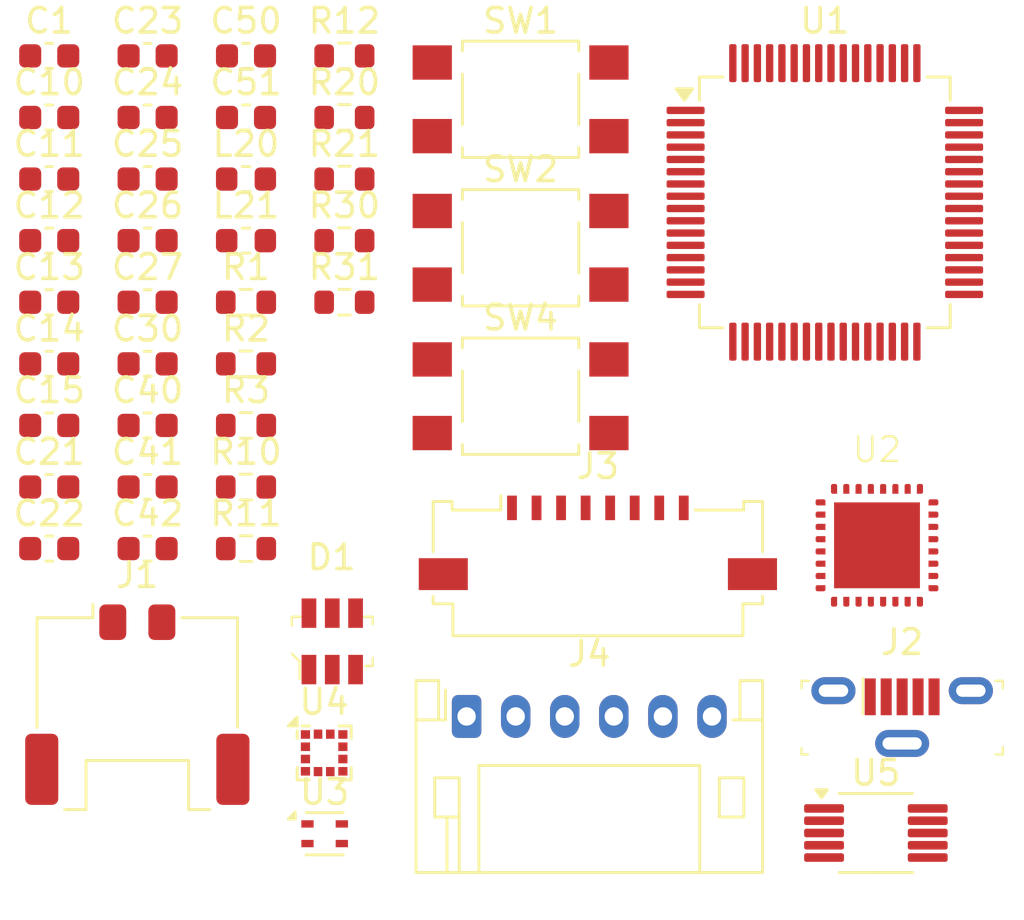
<source format=kicad_pcb>
(kicad_pcb (version 20240108) (generator "pcbnew") (generator_version "8.0")
  (layers (0 "F.Cu" signal) (31 "B.Cu" signal) (34 "B.Paste" user) (35 "F.Paste" user) (36 "B.SilkS" user "B.Silkscreen") (37 "F.SilkS" user "F.Silkscreen") (38 "B.Mask" user) (39 "F.Mask" user) (44 "Edge.Cuts" user))
  (net 0 "")
  (net 1 "GND")
  (net 2 "Net-(U2-VSET2)")
  (net 4 "+1.8V")
  (net 6 "/VSYS")
  (net 7 "Net-(U2-SW1)")
  (net 8 "Net-(U2-SW2)")
  (net 10 "Net-(U2-VSET1)")
  (net 12 "Net-(J1-Pin_1)")
  (net 13 "/I2C_SDA")
  (net 16 "+3.3V")
  (net 22 "/NRST")
  (net 24 "/I2C_SCL")
  (net 25 "/VBUS")
  (net 27 "Net-(D1-Pad3)")
  (net 28 "Net-(D1-Pad1)")
  (net 33 "Net-(U5-UD-)")
  (net 34 "Net-(U5-UD+)")
  (net 35 "Net-(U1-BOOT0)")
  (net 36 "/BTN_1")
  (net 37 "/BTN_3")
  (net 38 "/BTN_2")
  (net 39 "Net-(U5-~{RTS})")
  (net 40 "/USART_TX")
  (net 41 "/USART_RX")
  (net 45 "/SWCLK")
  (net 61 "/SPI_RST")
  (net 65 "/SPI_DC")
  (net 67 "/SPI_CS")
  (net 72 "/SPI_SCLK")
  (net 76 "/SWDIO")
  (net 83 "/SPI_MOSI")
  (net 89 "Net-(U4-C1)")
  (footprint "Resistor_SMD:R_0603_1608Metric" (layer "F.Cu") (at 122.46 105.19)
    (property "Reference" "R3" (at 0 -1.43 0) (layer "F.SilkS"))
    (property "Value" "10k")
    (pad "1" smd roundrect (at -0.825 0) (size 0.8 0.95) (layers "F.Cu" "F.Paste" "F.Mask") (net 1 "GND"))
    (pad "2" smd roundrect (at 0.825 0) (size 0.8 0.95) (layers "F.Cu" "F.Paste" "F.Mask") (net 37 "/BTN_3"))
  )
  (footprint "Capacitor_SMD:C_0603_1608Metric" (layer "F.Cu") (at 118.45 102.68)
    (property "Reference" "C30" (at 0 -1.43 0) (layer "F.SilkS"))
    (property "Value" "100n")
    (pad "1" smd roundrect (at -0.775 0) (size 0.9 0.95) (layers "F.Cu" "F.Paste" "F.Mask") (net 16 "+3.3V"))
    (pad "2" smd roundrect (at 0.775 0) (size 0.9 0.95) (layers "F.Cu" "F.Paste" "F.Mask") (net 1 "GND"))
  )
  (footprint "Capacitor_SMD:C_0603_1608Metric" (layer "F.Cu") (at 114.44 97.66)
    (property "Reference" "C12" (at 0 -1.43 0) (layer "F.SilkS"))
    (property "Value" "100n")
    (pad "1" smd roundrect (at -0.775 0) (size 0.9 0.95) (layers "F.Cu" "F.Paste" "F.Mask") (net 16 "+3.3V"))
    (pad "2" smd roundrect (at 0.775 0) (size 0.9 0.95) (layers "F.Cu" "F.Paste" "F.Mask") (net 1 "GND"))
  )
  (footprint "Sensor_Humidity:Sensirion_DFN-4_1.5x1.5mm_P0.8mm_SHT4x_NoCentralPad" (layer "F.Cu") (at 125.665 121.83)
    (property "Reference" "U3" (at 0 -1.7 0) (layer "F.SilkS"))
    (property "Value" "SHT41")
    (pad "1" smd rect (at -0.7 -0.4) (size 0.5 0.3) (layers "F.Cu" "F.Paste" "F.Mask") (net 13 "/I2C_SDA"))
    (pad "2" smd rect (at -0.7 0.4) (size 0.5 0.3) (layers "F.Cu" "F.Paste" "F.Mask") (net 24 "/I2C_SCL"))
    (pad "3" smd rect (at 0.7 0.4) (size 0.5 0.3) (layers "F.Cu" "F.Paste" "F.Mask") (net 16 "+3.3V"))
    (pad "4" smd rect (at 0.7 -0.4) (size 0.5 0.3) (layers "F.Cu" "F.Paste" "F.Mask") (net 1 "GND"))
  )
  (footprint "Button_Switch_SMD:SW_SPST_TL3305A" (layer "F.Cu") (at 133.65 91.9)
    (property "Reference" "SW1" (at 0 -3.2 0) (layer "F.SilkS"))
    (property "Value" "SW_Push")
    (pad "1" smd rect (at -3.6 -1.5) (size 1.6 1.4) (layers "F.Cu" "F.Paste" "F.Mask") (net 16 "+3.3V"))
    (pad "1" smd rect (at 3.6 -1.5) (size 1.6 1.4) (layers "F.Cu" "F.Paste" "F.Mask") (net 16 "+3.3V"))
    (pad "2" smd rect (at -3.6 1.5) (size 1.6 1.4) (layers "F.Cu" "F.Paste" "F.Mask") (net 38 "/BTN_2"))
    (pad "2" smd rect (at 3.6 1.5) (size 1.6 1.4) (layers "F.Cu" "F.Paste" "F.Mask") (net 38 "/BTN_2"))
  )
  (footprint "digikey-footprints:SOT23-6L" (layer "F.Cu") (at 125.975 113.99)
    (property "Reference" "D1" (at -0.025 -3.425 0) (layer "F.SilkS"))
    (property "Value" "USBLC6-2SC6")
    (pad "1" smd rect (at -0.95 1.15) (size 0.6 1.2) (layers "F.Cu" "F.Paste" "F.Mask") (net 28 "Net-(D1-Pad1)"))
    (pad "2" smd rect (at 0 1.15) (size 0.6 1.2) (layers "F.Cu" "F.Paste" "F.Mask") (net 1 "GND"))
    (pad "3" smd rect (at 0.95 1.15) (size 0.6 1.2) (layers "F.Cu" "F.Paste" "F.Mask") (net 27 "Net-(D1-Pad3)"))
    (pad "4" smd rect (at 0.95 -1.15) (size 0.6 1.2) (layers "F.Cu" "F.Paste" "F.Mask") (net 33 "Net-(U5-UD-)"))
    (pad "5" smd rect (at 0 -1.15) (size 0.6 1.2) (layers "F.Cu" "F.Paste" "F.Mask") (net 25 "/VBUS"))
    (pad "6" smd rect (at -0.95 -1.15) (size 0.6 1.2) (layers "F.Cu" "F.Paste" "F.Mask") (net 34 "Net-(U5-UD+)"))
  )
  (footprint "Inductor_SMD:L_0603_1608Metric" (layer "F.Cu") (at 122.46 95.15)
    (property "Reference" "L20" (at 0 -1.43 0) (layer "F.SilkS"))
    (property "Value" "200n")
    (pad "1" smd roundrect (at -0.7875 0) (size 0.875 0.95) (layers "F.Cu" "F.Paste" "F.Mask") (net 4 "+1.8V"))
    (pad "2" smd roundrect (at 0.7875 0) (size 0.875 0.95) (layers "F.Cu" "F.Paste" "F.Mask") (net 7 "Net-(U2-SW1)"))
  )
  (footprint "Capacitor_SMD:C_0603_1608Metric" (layer "F.Cu") (at 122.46 90.13)
    (property "Reference" "C50" (at 0 -1.43 0) (layer "F.SilkS"))
    (property "Value" "100n")
    (pad "1" smd roundrect (at -0.775 0) (size 0.9 0.95) (layers "F.Cu" "F.Paste" "F.Mask") (net 16 "+3.3V"))
    (pad "2" smd roundrect (at 0.775 0) (size 0.9 0.95) (layers "F.Cu" "F.Paste" "F.Mask") (net 1 "GND"))
  )
  (footprint "Capacitor_SMD:C_0603_1608Metric" (layer "F.Cu") (at 114.44 107.7)
    (property "Reference" "C21" (at 0 -1.43 0) (layer "F.SilkS"))
    (property "Value" "10u")
    (pad "1" smd roundrect (at -0.775 0) (size 0.9 0.95) (layers "F.Cu" "F.Paste" "F.Mask") (net 1 "GND"))
    (pad "2" smd roundrect (at 0.775 0) (size 0.9 0.95) (layers "F.Cu" "F.Paste" "F.Mask") (net 6 "/VSYS"))
  )
  (footprint "Capacitor_SMD:C_0603_1608Metric" (layer "F.Cu") (at 114.44 90.13)
    (property "Reference" "C1" (at 0 -1.43 0) (layer "F.SilkS"))
    (property "Value" "100n")
    (pad "1" smd roundrect (at -0.775 0) (size 0.9 0.95) (layers "F.Cu" "F.Paste" "F.Mask") (net 1 "GND"))
    (pad "2" smd roundrect (at 0.775 0) (size 0.9 0.95) (layers "F.Cu" "F.Paste" "F.Mask") (net 16 "+3.3V"))
  )
  (footprint "smart_watch:nPM1300" (layer "F.Cu") (at 148.175 110.075)
    (property "Reference" "U2" (at 0 -3.9 0) (layer "F.SilkS") (effects (font (thickness 0.1))))
    (property "Value" "nPM1300-QEAA")
    (pad "1" smd roundrect (at -2.3 -1.75) (size 0.4 0.25) (layers "F.Cu" "F.Paste" "F.Mask") (roundrect_rratio 0) (chamfer_ratio 0.2) (chamfer top_left top_right bottom_left) (net 4 "+1.8V"))
    (pad "2" smd roundrect (at -2.3 -1.25) (size 0.4 0.25) (layers "F.Cu" "F.Paste" "F.Mask") (roundrect_rratio 0) (chamfer_ratio 0.2) (chamfer top_left bottom_left) (net 1 "GND"))
    (pad "3" smd roundrect (at -2.3 -0.75) (size 0.4 0.25) (layers "F.Cu" "F.Paste" "F.Mask") (roundrect_rratio 0) (chamfer_ratio 0.2) (chamfer top_left bottom_left) (net 7 "Net-(U2-SW1)"))
    (pad "4" smd roundrect (at -2.3 -0.25) (size 0.4 0.25) (layers "F.Cu" "F.Paste" "F.Mask") (roundrect_rratio 0) (chamfer_ratio 0.2) (chamfer top_left bottom_left) (net 6 "/VSYS"))
    (pad "5" smd roundrect (at -2.3 0.25) (size 0.4 0.25) (layers "F.Cu" "F.Paste" "F.Mask") (roundrect_rratio 0) (chamfer_ratio 0.2) (chamfer top_left bottom_left) (net 8 "Net-(U2-SW2)"))
    (pad "6" smd roundrect (at -2.3 0.75) (size 0.4 0.25) (layers "F.Cu" "F.Paste" "F.Mask") (roundrect_rratio 0) (chamfer_ratio 0.2) (chamfer top_left bottom_left) (net 1 "GND"))
    (pad "7" smd roundrect (at -2.3 1.25) (size 0.4 0.25) (layers "F.Cu" "F.Paste" "F.Mask") (roundrect_rratio 0) (chamfer_ratio 0.2) (chamfer top_left bottom_left))
    (pad "8" smd roundrect (at -2.3 1.75) (size 0.4 0.25) (layers "F.Cu" "F.Paste" "F.Mask") (roundrect_rratio 0) (chamfer_ratio 0.2) (chamfer top_left bottom_left bottom_right))
    (pad "9" smd roundrect (at -1.75 2.3 90) (size 0.4 0.25) (layers "F.Cu" "F.Paste" "F.Mask") (roundrect_rratio 0) (chamfer_ratio 0.2) (chamfer top_left top_right bottom_left))
    (pad "10" smd roundrect (at -1.25 2.3 90) (size 0.4 0.25) (layers "F.Cu" "F.Paste" "F.Mask") (roundrect_rratio 0) (chamfer_ratio 0.2) (chamfer top_left bottom_left))
    (pad "11" smd roundrect (at -0.75 2.3 90) (size 0.4 0.25) (layers "F.Cu" "F.Paste" "F.Mask") (roundrect_rratio 0) (chamfer_ratio 0.2) (chamfer top_left bottom_left))
    (pad "12" smd roundrect (at -0.25 2.3 90) (size 0.4 0.25) (layers "F.Cu" "F.Paste" "F.Mask") (roundrect_rratio 0) (chamfer_ratio 0.2) (chamfer top_left bottom_left) (net 4 "+1.8V"))
    (pad "13" smd roundrect (at 0.25 2.3 90) (size 0.4 0.25) (layers "F.Cu" "F.Paste" "F.Mask") (roundrect_rratio 0) (chamfer_ratio 0.2) (chamfer top_left bottom_left) (net 13 "/I2C_SDA"))
    (pad "14" smd roundrect (at 0.75 2.3 90) (size 0.4 0.25) (layers "F.Cu" "F.Paste" "F.Mask") (roundrect_rratio 0) (chamfer_ratio 0.2) (chamfer top_left bottom_left) (net 24 "/I2C_SCL"))
    (pad "15" smd roundrect (at 1.25 2.3 90) (size 0.4 0.25) (layers "F.Cu" "F.Paste" "F.Mask") (roundrect_rratio 0) (chamfer_ratio 0.2) (chamfer top_left bottom_left) (net 22 "/NRST"))
    (pad "16" smd roundrect (at 1.75 2.3 90) (size 0.4 0.25) (layers "F.Cu" "F.Paste" "F.Mask") (roundrect_rratio 0) (chamfer_ratio 0.2) (chamfer top_left bottom_left bottom_right) (net 2 "Net-(U2-VSET2)"))
    (pad "17" smd roundrect (at 2.3 1.75 180) (size 0.4 0.25) (layers "F.Cu" "F.Paste" "F.Mask") (roundrect_rratio 0) (chamfer_ratio 0.2) (chamfer top_left top_right bottom_left) (net 10 "Net-(U2-VSET1)"))
    (pad "18" smd roundrect (at 2.3 1.25 180) (size 0.4 0.25) (layers "F.Cu" "F.Paste" "F.Mask") (roundrect_rratio 0) (chamfer_ratio 0.2) (chamfer top_left bottom_left) (net 1 "GND"))
    (pad "19" smd roundrect (at 2.3 0.75 180) (size 0.4 0.25) (layers "F.Cu" "F.Paste" "F.Mask") (roundrect_rratio 0) (chamfer_ratio 0.2) (chamfer top_left bottom_left) (net 12 "Net-(J1-Pin_1)"))
    (pad "20" smd roundrect (at 2.3 0.25 180) (size 0.4 0.25) (layers "F.Cu" "F.Paste" "F.Mask") (roundrect_rratio 0) (chamfer_ratio 0.2) (chamfer top_left bottom_left) (net 6 "/VSYS"))
    (pad "21" smd roundrect (at 2.3 -0.25 180) (size 0.4 0.25) (layers "F.Cu" "F.Paste" "F.Mask") (roundrect_rratio 0) (chamfer_ratio 0.2) (chamfer top_left bottom_left) (net 25 "/VBUS"))
    (pad "22" smd roundrect (at 2.3 -0.75 180) (size 0.4 0.25) (layers "F.Cu" "F.Paste" "F.Mask") (roundrect_rratio 0) (chamfer_ratio 0.2) (chamfer top_left bottom_left))
    (pad "23" smd roundrect (at 2.3 -1.25 180) (size 0.4 0.25) (layers "F.Cu" "F.Paste" "F.Mask") (roundrect_rratio 0) (chamfer_ratio 0.2) (chamfer top_left bottom_left))
    (pad "24" smd roundrect (at 2.3 -1.75 180) (size 0.4 0.25) (layers "F.Cu" "F.Paste" "F.Mask") (roundrect_rratio 0) (chamfer_ratio 0.2) (chamfer top_left bottom_left bottom_right))
    (pad "25" smd roundrect (at 1.75 -2.3 270) (size 0.4 0.25) (layers "F.Cu" "F.Paste" "F.Mask") (roundrect_rratio 0) (chamfer_ratio 0.2) (chamfer top_left top_right bottom_left))
    (pad "26" smd roundrect (at 1.25 -2.3 270) (size 0.4 0.25) (layers "F.Cu" "F.Paste" "F.Mask") (roundrect_rratio 0) (chamfer_ratio 0.2) (chamfer top_left bottom_left))
    (pad "27" smd roundrect (at 0.75 -2.3 270) (size 0.4 0.25) (layers "F.Cu" "F.Paste" "F.Mask") (roundrect_rratio 0) (chamfer_ratio 0.2) (chamfer top_left bottom_left))
    (pad "28" smd roundrect (at 0.25 -2.3 270) (size 0.4 0.25) (layers "F.Cu" "F.Paste" "F.Mask") (roundrect_rratio 0) (chamfer_ratio 0.2) (chamfer top_left bottom_left) (net 6 "/VSYS"))
    (pad "29" smd roundrect (at -0.25 -2.3 270) (size 0.4 0.25) (layers "F.Cu" "F.Paste" "F.Mask") (roundrect_rratio 0) (chamfer_ratio 0.2) (chamfer top_left bottom_left))
    (pad "30" smd roundrect (at -0.75 -2.3 270) (size 0.4 0.25) (layers "F.Cu" "F.Paste" "F.Mask") (roundrect_rratio 0) (chamfer_ratio 0.2) (chamfer top_left bottom_left) (net 16 "+3.3V"))
    (pad "31" smd roundrect (at -1.25 -2.3 270) (size 0.4 0.25) (layers "F.Cu" "F.Paste" "F.Mask") (roundrect_rratio 0) (chamfer_ratio 0.2) (chamfer top_left bottom_left))
    (pad "32" smd roundrect (at -1.75 -2.3 270) (size 0.4 0.25) (layers "F.Cu" "F.Paste" "F.Mask") (roundrect_rratio 0) (chamfer_ratio 0.2) (chamfer top_left bottom_left bottom_right) (net 16 "+3.3V"))
    (pad "33" smd roundrect (at 0 0 270) (size 3.5 3.5) (layers "F.Cu" "F.Paste" "F.Mask") (roundrect_rratio 0) (chamfer_ratio 0.2) (chamfer) (net 1 "GND"))
  )
  (footprint "Button_Switch_SMD:SW_SPST_TL3305A" (layer "F.Cu") (at 133.65 104)
    (property "Reference" "SW4" (at 0 -3.2 0) (layer "F.SilkS"))
    (property "Value" "SW_Push")
    (pad "1" smd rect (at -3.6 -1.5) (size 1.6 1.4) (layers "F.Cu" "F.Paste" "F.Mask") (net 16 "+3.3V"))
    (pad "1" smd rect (at 3.6 -1.5) (size 1.6 1.4) (layers "F.Cu" "F.Paste" "F.Mask") (net 16 "+3.3V"))
    (pad "2" smd rect (at -3.6 1.5) (size 1.6 1.4) (layers "F.Cu" "F.Paste" "F.Mask") (net 36 "/BTN_1"))
    (pad "2" smd rect (at 3.6 1.5) (size 1.6 1.4) (layers "F.Cu" "F.Paste" "F.Mask") (net 36 "/BTN_1"))
  )
  (footprint "Capacitor_SMD:C_0603_1608Metric" (layer "F.Cu") (at 118.45 100.17)
    (property "Reference" "C27" (at 0 -1.43 0) (layer "F.SilkS"))
    (property "Value" "100n")
    (pad "1" smd roundrect (at -0.775 0) (size 0.9 0.95) (layers "F.Cu" "F.Paste" "F.Mask") (net 4 "+1.8V"))
    (pad "2" smd roundrect (at 0.775 0) (size 0.9 0.95) (layers "F.Cu" "F.Paste" "F.Mask") (net 1 "GND"))
  )
  (footprint "Capacitor_SMD:C_0603_1608Metric" (layer "F.Cu") (at 118.45 97.66)
    (property "Reference" "C26" (at 0 -1.43 0) (layer "F.SilkS"))
    (property "Value" "10u")
    (pad "1" smd roundrect (at -0.775 0) (size 0.9 0.95) (layers "F.Cu" "F.Paste" "F.Mask") (net 16 "+3.3V"))
    (pad "2" smd roundrect (at 0.775 0) (size 0.9 0.95) (layers "F.Cu" "F.Paste" "F.Mask") (net 1 "GND"))
  )
  (footprint "Capacitor_SMD:C_0603_1608Metric" (layer "F.Cu") (at 114.44 92.64)
    (property "Reference" "C10" (at 0 -1.43 0) (layer "F.SilkS"))
    (property "Value" "4.7u")
    (pad "1" smd roundrect (at -0.775 0) (size 0.9 0.95) (layers "F.Cu" "F.Paste" "F.Mask") (net 16 "+3.3V"))
    (pad "2" smd roundrect (at 0.775 0) (size 0.9 0.95) (layers "F.Cu" "F.Paste" "F.Mask") (net 1 "GND"))
  )
  (footprint "Resistor_SMD:R_0603_1608Metric" (layer "F.Cu") (at 126.47 92.64)
    (property "Reference" "R20" (at 0 -1.43 0) (layer "F.SilkS"))
    (property "Value" "47k")
    (pad "1" smd roundrect (at -0.825 0) (size 0.8 0.95) (layers "F.Cu" "F.Paste" "F.Mask") (net 1 "GND"))
    (pad "2" smd roundrect (at 0.825 0) (size 0.8 0.95) (layers "F.Cu" "F.Paste" "F.Mask") (net 10 "Net-(U2-VSET1)"))
  )
  (footprint "digikey-footprints:USB_Micro_B_Female_Vert_1051330001" (layer "F.Cu") (at 149.2 116.25)
    (property "Reference" "J2" (at 0 -2.23 0) (layer "F.SilkS"))
    (property "Value" "1051330001")
    (pad "1" smd rect (at -1.3 0) (size 0.45 1.5) (layers "F.Cu" "F.Paste" "F.Mask") (net 25 "/VBUS"))
    (pad "2" smd rect (at -0.65 0) (size 0.45 1.5) (layers "F.Cu" "F.Paste" "F.Mask") (net 27 "Net-(D1-Pad3)"))
    (pad "3" smd rect (at 0 0) (size 0.45 1.5) (layers "F.Cu" "F.Paste" "F.Mask") (net 28 "Net-(D1-Pad1)"))
    (pad "4" smd rect (at 0.65 0) (size 0.45 1.5) (layers "F.Cu" "F.Paste" "F.Mask"))
    (pad "5" smd rect (at 1.3 0) (size 0.45 1.5) (layers "F.Cu" "F.Paste" "F.Mask") (net 1 "GND"))
    (pad "SH" thru_hole oval (at -2.8 -0.25) (size 1.8 1.1) (drill oval 1.2 0.5) (layers "*.Cu" "*.Mask"))
    (pad "SH" thru_hole oval (at 0 1.9) (size 2.2 1.1) (drill oval 1.6 0.5) (layers "*.Cu" "*.Mask"))
    (pad "SH" thru_hole oval (at 2.8 -0.25) (size 1.8 1.1) (drill oval 1.2 0.5) (layers "*.Cu" "*.Mask"))
  )
  (footprint "Package_QFP:LQFP-64_10x10mm_P0.5mm" (layer "F.Cu") (at 146.05 96.1)
    (property "Reference" "U1" (at 0 -7.4 0) (layer "F.SilkS"))
    (property "Value" "STM32L476RGTx")
    (pad "1" smd roundrect (at -5.675 -3.75) (size 1.55 0.3) (layers "F.Cu" "F.Paste" "F.Mask") (net 16 "+3.3V"))
    (pad "2" smd roundrect (at -5.675 -3.25) (size 1.55 0.3) (layers "F.Cu" "F.Paste" "F.Mask"))
    (pad "3" smd roundrect (at -5.675 -2.75) (size 1.55 0.3) (layers "F.Cu" "F.Paste" "F.Mask"))
    (pad "4" smd roundrect (at -5.675 -2.25) (size 1.55 0.3) (layers "F.Cu" "F.Paste" "F.Mask"))
    (pad "5" smd roundrect (at -5.675 -1.75) (size 1.55 0.3) (layers "F.Cu" "F.Paste" "F.Mask"))
    (pad "6" smd roundrect (at -5.675 -1.25) (size 1.55 0.3) (layers "F.Cu" "F.Paste" "F.Mask"))
    (pad "7" smd roundrect (at -5.675 -0.75) (size 1.55 0.3) (layers "F.Cu" "F.Paste" "F.Mask") (net 22 "/NRST"))
    (pad "8" smd roundrect (at -5.675 -0.25) (size 1.55 0.3) (layers "F.Cu" "F.Paste" "F.Mask") (net 36 "/BTN_1"))
    (pad "9" smd roundrect (at -5.675 0.25) (size 1.55 0.3) (layers "F.Cu" "F.Paste" "F.Mask") (net 38 "/BTN_2"))
    (pad "10" smd roundrect (at -5.675 0.75) (size 1.55 0.3) (layers "F.Cu" "F.Paste" "F.Mask") (net 37 "/BTN_3"))
    (pad "11" smd roundrect (at -5.675 1.25) (size 1.55 0.3) (layers "F.Cu" "F.Paste" "F.Mask"))
    (pad "12" smd roundrect (at -5.675 1.75) (size 1.55 0.3) (layers "F.Cu" "F.Paste" "F.Mask") (net 1 "GND"))
    (pad "13" smd roundrect (at -5.675 2.25) (size 1.55 0.3) (layers "F.Cu" "F.Paste" "F.Mask") (net 16 "+3.3V"))
    (pad "14" smd roundrect (at -5.675 2.75) (size 1.55 0.3) (layers "F.Cu" "F.Paste" "F.Mask"))
    (pad "15" smd roundrect (at -5.675 3.25) (size 1.55 0.3) (layers "F.Cu" "F.Paste" "F.Mask"))
    (pad "16" smd roundrect (at -5.675 3.75) (size 1.55 0.3) (layers "F.Cu" "F.Paste" "F.Mask") (net 40 "/USART_TX"))
    (pad "17" smd roundrect (at -3.75 5.675) (size 0.3 1.55) (layers "F.Cu" "F.Paste" "F.Mask") (net 41 "/USART_RX"))
    (pad "18" smd roundrect (at -3.25 5.675) (size 0.3 1.55) (layers "F.Cu" "F.Paste" "F.Mask") (net 1 "GND"))
    (pad "19" smd roundrect (at -2.75 5.675) (size 0.3 1.55) (layers "F.Cu" "F.Paste" "F.Mask") (net 16 "+3.3V"))
    (pad "20" smd roundrect (at -2.25 5.675) (size 0.3 1.55) (layers "F.Cu" "F.Paste" "F.Mask"))
    (pad "21" smd roundrect (at -1.75 5.675) (size 0.3 1.55) (layers "F.Cu" "F.Paste" "F.Mask") (net 72 "/SPI_SCLK"))
    (pad "22" smd roundrect (at -1.25 5.675) (size 0.3 1.55) (layers "F.Cu" "F.Paste" "F.Mask"))
    (pad "23" smd roundrect (at -0.75 5.675) (size 0.3 1.55) (layers "F.Cu" "F.Paste" "F.Mask") (net 83 "/SPI_MOSI"))
    (pad "24" smd roundrect (at -0.25 5.675) (size 0.3 1.55) (layers "F.Cu" "F.Paste" "F.Mask"))
    (pad "25" smd roundrect (at 0.25 5.675) (size 0.3 1.55) (layers "F.Cu" "F.Paste" "F.Mask"))
    (pad "26" smd roundrect (at 0.75 5.675) (size 0.3 1.55) (layers "F.Cu" "F.Paste" "F.Mask"))
    (pad "27" smd roundrect (at 1.25 5.675) (size 0.3 1.55) (layers "F.Cu" "F.Paste" "F.Mask"))
    (pad "28" smd roundrect (at 1.75 5.675) (size 0.3 1.55) (layers "F.Cu" "F.Paste" "F.Mask"))
    (pad "29" smd roundrect (at 2.25 5.675) (size 0.3 1.55) (layers "F.Cu" "F.Paste" "F.Mask"))
    (pad "30" smd roundrect (at 2.75 5.675) (size 0.3 1.55) (layers "F.Cu" "F.Paste" "F.Mask"))
    (pad "31" smd roundrect (at 3.25 5.675) (size 0.3 1.55) (layers "F.Cu" "F.Paste" "F.Mask") (net 1 "GND"))
    (pad "32" smd roundrect (at 3.75 5.675) (size 0.3 1.55) (layers "F.Cu" "F.Paste" "F.Mask") (net 16 "+3.3V"))
    (pad "33" smd roundrect (at 5.675 3.75) (size 1.55 0.3) (layers "F.Cu" "F.Paste" "F.Mask"))
    (pad "34" smd roundrect (at 5.675 3.25) (size 1.55 0.3) (layers "F.Cu" "F.Paste" "F.Mask"))
    (pad "35" smd roundrect (at 5.675 2.75) (size 1.55 0.3) (layers "F.Cu" "F.Paste" "F.Mask"))
    (pad "36" smd roundrect (at 5.675 2.25) (size 1.55 0.3) (layers "F.Cu" "F.Paste" "F.Mask"))
    (pad "37" smd roundrect (at 5.675 1.75) (size 1.55 0.3) (layers "F.Cu" "F.Paste" "F.Mask"))
    (pad "38" smd roundrect (at 5.675 1.25) (size 1.55 0.3) (layers "F.Cu" "F.Paste" "F.Mask"))
    (pad "39" smd roundrect (at 5.675 0.75) (size 1.55 0.3) (layers "F.Cu" "F.Paste" "F.Mask"))
    (pad "40" smd roundrect (at 5.675 0.25) (size 1.55 0.3) (layers "F.Cu" "F.Paste" "F.Mask"))
    (pad "41" smd roundrect (at 5.675 -0.25) (size 1.55 0.3) (layers "F.Cu" "F.Paste" "F.Mask") (net 61 "/SPI_RST"))
    (pad "42" smd roundrect (at 5.675 -0.75) (size 1.55 0.3) (layers "F.Cu" "F.Paste" "F.Mask"))
    (pad "43" smd roundrect (at 5.675 -1.25) (size 1.55 0.3) (layers "F.Cu" "F.Paste" "F.Mask") (net 65 "/SPI_DC"))
    (pad "44" smd roundrect (at 5.675 -1.75) (size 1.55 0.3) (layers "F.Cu" "F.Paste" "F.Mask"))
    (pad "45" smd roundrect (at 5.675 -2.25) (size 1.55 0.3) (layers "F.Cu" "F.Paste" "F.Mask"))
    (pad "46" smd roundrect (at 5.675 -2.75) (size 1.55 0.3) (layers "F.Cu" "F.Paste" "F.Mask") (net 76 "/SWDIO"))
    (pad "47" smd roundrect (at 5.675 -3.25) (size 1.55 0.3) (layers "F.Cu" "F.Paste" "F.Mask") (net 1 "GND"))
    (pad "48" smd roundrect (at 5.675 -3.75) (size 1.55 0.3) (layers "F.Cu" "F.Paste" "F.Mask") (net 16 "+3.3V"))
    (pad "49" smd roundrect (at 3.75 -5.675) (size 0.3 1.55) (layers "F.Cu" "F.Paste" "F.Mask") (net 45 "/SWCLK"))
    (pad "50" smd roundrect (at 3.25 -5.675) (size 0.3 1.55) (layers "F.Cu" "F.Paste" "F.Mask"))
    (pad "51" smd roundrect (at 2.75 -5.675) (size 0.3 1.55) (layers "F.Cu" "F.Paste" "F.Mask"))
    (pad "52" smd roundrect (at 2.25 -5.675) (size 0.3 1.55) (layers "F.Cu" "F.Paste" "F.Mask"))
    (pad "53" smd roundrect (at 1.75 -5.675) (size 0.3 1.55) (layers "F.Cu" "F.Paste" "F.Mask"))
    (pad "54" smd roundrect (at 1.25 -5.675) (size 0.3 1.55) (layers "F.Cu" "F.Paste" "F.Mask"))
    (pad "55" smd roundrect (at 0.75 -5.675) (size 0.3 1.55) (layers "F.Cu" "F.Paste" "F.Mask"))
    (pad "56" smd roundrect (at 0.25 -5.675) (size 0.3 1.55) (layers "F.Cu" "F.Paste" "F.Mask"))
    (pad "57" smd roundrect (at -0.25 -5.675) (size 0.3 1.55) (layers "F.Cu" "F.Paste" "F.Mask"))
    (pad "58" smd roundrect (at -0.75 -5.675) (size 0.3 1.55) (layers "F.Cu" "F.Paste" "F.Mask") (net 67 "/SPI_CS"))
    (pad "59" smd roundrect (at -1.25 -5.675) (size 0.3 1.55) (layers "F.Cu" "F.Paste" "F.Mask"))
    (pad "60" smd roundrect (at -1.75 -5.675) (size 0.3 1.55) (layers "F.Cu" "F.Paste" "F.Mask") (net 35 "Net-(U1-BOOT0)"))
    (pad "61" smd roundrect (at -2.25 -5.675) (size 0.3 1.55) (layers "F.Cu" "F.Paste" "F.Mask") (net 24 "/I2C_SCL"))
    (pad "62" smd roundrect (at -2.75 -5.675) (size 0.3 1.55) (layers "F.Cu" "F.Paste" "F.Mask") (net 13 "/I2C_SDA"))
    (pad "63" smd roundrect (at -3.25 -5.675) (size 0.3 1.55) (layers "F.Cu" "F.Paste" "F.Mask") (net 1 "GND"))
    (pad "64" smd roundrect (at -3.75 -5.675) (size 0.3 1.55) (layers "F.Cu" "F.Paste" "F.Mask") (net 16 "+3.3V"))
  )
  (footprint "Capacitor_SMD:C_0603_1608Metric" (layer "F.Cu") (at 118.45 95.15)
    (property "Reference" "C25" (at 0 -1.43 0) (layer "F.SilkS"))
    (property "Value" "10u")
    (pad "1" smd roundrect (at -0.775 0) (size 0.9 0.95) (layers "F.Cu" "F.Paste" "F.Mask") (net 4 "+1.8V"))
    (pad "2" smd roundrect (at 0.775 0) (size 0.9 0.95) (layers "F.Cu" "F.Paste" "F.Mask") (net 1 "GND"))
  )
  (footprint "Connector_JST:JST_PH_S6B-PH-K_1x06_P2.00mm_Horizontal" (layer "F.Cu") (at 131.45 117.05)
    (property "Reference" "J4" (at 5 -2.55 0) (layer "F.SilkS"))
    (property "Value" "JST_PH6")
    (pad "1" thru_hole roundrect (at 0 0) (size 1.2 1.75) (drill 0.75) (layers "*.Cu" "*.Mask") (roundrect_rratio 0.208333) (net 16 "+3.3V"))
    (pad "2" thru_hole oval (at 2 0) (size 1.2 1.75) (drill 0.75) (layers "*.Cu" "*.Mask") (net 1 "GND"))
    (pad "3" thru_hole oval (at 4 0) (size 1.2 1.75) (drill 0.75) (layers "*.Cu" "*.Mask") (net 45 "/SWCLK"))
    (pad "4" thru_hole oval (at 6 0) (size 1.2 1.75) (drill 0.75) (layers "*.Cu" "*.Mask") (net 76 "/SWDIO"))
    (pad "5" thru_hole oval (at 8 0) (size 1.2 1.75) (drill 0.75) (layers "*.Cu" "*.Mask") (net 22 "/NRST"))
    (pad "6" thru_hole oval (at 10 0) (size 1.2 1.75) (drill 0.75) (layers "*.Cu" "*.Mask"))
  )
  (footprint "Capacitor_SMD:C_0603_1608Metric" (layer "F.Cu") (at 118.45 110.21)
    (property "Reference" "C42" (at 0 -1.43 0) (layer "F.SilkS"))
    (property "Value" "220n")
    (pad "1" smd roundrect (at -0.775 0) (size 0.9 0.95) (layers "F.Cu" "F.Paste" "F.Mask") (net 89 "Net-(U4-C1)"))
    (pad "2" smd roundrect (at 0.775 0) (size 0.9 0.95) (layers "F.Cu" "F.Paste" "F.Mask") (net 1 "GND"))
  )
  (footprint "Capacitor_SMD:C_0603_1608Metric" (layer "F.Cu") (at 114.44 110.21)
    (property "Reference" "C22" (at 0 -1.43 0) (layer "F.SilkS"))
    (property "Value" "10u")
    (pad "1" smd roundrect (at -0.775 0) (size 0.9 0.95) (layers "F.Cu" "F.Paste" "F.Mask") (net 1 "GND"))
    (pad "2" smd roundrect (at 0.775 0) (size 0.9 0.95) (layers "F.Cu" "F.Paste" "F.Mask") (net 6 "/VSYS"))
  )
  (footprint "Resistor_SMD:R_0603_1608Metric" (layer "F.Cu") (at 122.46 100.17)
    (property "Reference" "R1" (at 0 -1.43 0) (layer "F.SilkS"))
    (property "Value" "10k")
    (pad "1" smd roundrect (at -0.825 0) (size 0.8 0.95) (layers "F.Cu" "F.Paste" "F.Mask") (net 1 "GND"))
    (pad "2" smd roundrect (at 0.825 0) (size 0.8 0.95) (layers "F.Cu" "F.Paste" "F.Mask") (net 36 "/BTN_1"))
  )
  (footprint "Capacitor_SMD:C_0603_1608Metric" (layer "F.Cu") (at 114.44 102.68)
    (property "Reference" "C14" (at 0 -1.43 0) (layer "F.SilkS"))
    (property "Value" "100n")
    (pad "1" smd roundrect (at -0.775 0) (size 0.9 0.95) (layers "F.Cu" "F.Paste" "F.Mask") (net 16 "+3.3V"))
    (pad "2" smd roundrect (at 0.775 0) (size 0.9 0.95) (layers "F.Cu" "F.Paste" "F.Mask") (net 1 "GND"))
  )
  (footprint "Resistor_SMD:R_0603_1608Metric" (layer "F.Cu") (at 122.46 110.21)
    (property "Reference" "R11" (at 0 -1.43 0) (layer "F.SilkS"))
    (property "Value" "10k")
    (pad "1" smd roundrect (at -0.825 0) (size 0.8 0.95) (layers "F.Cu" "F.Paste" "F.Mask") (net 1 "GND"))
    (pad "2" smd roundrect (at 0.825 0) (size 0.8 0.95) (layers "F.Cu" "F.Paste" "F.Mask") (net 24 "/I2C_SCL"))
  )
  (footprint "Capacitor_SMD:C_0603_1608Metric" (layer "F.Cu") (at 114.44 105.19)
    (property "Reference" "C15" (at 0 -1.43 0) (layer "F.SilkS"))
    (property "Value" "100n")
    (pad "1" smd roundrect (at -0.775 0) (size 0.9 0.95) (layers "F.Cu" "F.Paste" "F.Mask") (net 16 "+3.3V"))
    (pad "2" smd roundrect (at 0.775 0) (size 0.9 0.95) (layers "F.Cu" "F.Paste" "F.Mask") (net 1 "GND"))
  )
  (footprint "Resistor_SMD:R_0603_1608Metric" (layer "F.Cu") (at 126.47 97.66)
    (property "Reference" "R30" (at 0 -1.43 0) (layer "F.SilkS"))
    (property "Value" "10k")
    (pad "1" smd roundrect (at -0.825 0) (size 0.8 0.95) (layers "F.Cu" "F.Paste" "F.Mask") (net 16 "+3.3V"))
    (pad "2" smd roundrect (at 0.825 0) (size 0.8 0.95) (layers "F.Cu" "F.Paste" "F.Mask") (net 13 "/I2C_SDA"))
  )
  (footprint "Capacitor_SMD:C_0603_1608Metric" (layer "F.Cu") (at 114.44 95.15)
    (property "Reference" "C11" (at 0 -1.43 0) (layer "F.SilkS"))
    (property "Value" "100n")
    (pad "1" smd roundrect (at -0.775 0) (size 0.9 0.95) (layers "F.Cu" "F.Paste" "F.Mask") (net 16 "+3.3V"))
    (pad "2" smd roundrect (at 0.775 0) (size 0.9 0.95) (layers "F.Cu" "F.Paste" "F.Mask") (net 1 "GND"))
  )
  (footprint "Resistor_SMD:R_0603_1608Metric" (layer "F.Cu") (at 126.47 95.15)
    (property "Reference" "R21" (at 0 -1.43 0) (layer "F.SilkS"))
    (property "Value" "250k")
    (pad "1" smd roundrect (at -0.825 0) (size 0.8 0.95) (layers "F.Cu" "F.Paste" "F.Mask") (net 1 "GND"))
    (pad "2" smd roundrect (at 0.825 0) (size 0.8 0.95) (layers "F.Cu" "F.Paste" "F.Mask") (net 2 "Net-(U2-VSET2)"))
  )
  (footprint "Capacitor_SMD:C_0603_1608Metric" (layer "F.Cu") (at 122.46 92.64)
    (property "Reference" "C51" (at 0 -1.43 0) (layer "F.SilkS"))
    (property "Value" "100u")
    (pad "1" smd roundrect (at -0.775 0) (size 0.9 0.95) (layers "F.Cu" "F.Paste" "F.Mask") (net 39 "Net-(U5-~{RTS})"))
    (pad "2" smd roundrect (at 0.775 0) (size 0.9 0.95) (layers "F.Cu" "F.Paste" "F.Mask") (net 22 "/NRST"))
  )
  (footprint "Resistor_SMD:R_0603_1608Metric" (layer "F.Cu") (at 122.46 102.68)
    (property "Reference" "R2" (at 0 -1.43 0) (layer "F.SilkS"))
    (property "Value" "10k")
    (pad "1" smd roundrect (at -0.825 0) (size 0.8 0.95) (layers "F.Cu" "F.Paste" "F.Mask") (net 1 "GND"))
    (pad "2" smd roundrect (at 0.825 0) (size 0.8 0.95) (layers "F.Cu" "F.Paste" "F.Mask") (net 38 "/BTN_2"))
  )
  (footprint "Inductor_SMD:L_0603_1608Metric" (layer "F.Cu") (at 122.46 97.66)
    (property "Reference" "L21" (at 0 -1.43 0) (layer "F.SilkS"))
    (property "Value" "220n")
    (pad "1" smd roundrect (at -0.7875 0) (size 0.875 0.95) (layers "F.Cu" "F.Paste" "F.Mask") (net 16 "+3.3V"))
    (pad "2" smd roundrect (at 0.7875 0) (size 0.875 0.95) (layers "F.Cu" "F.Paste" "F.Mask") (net 8 "Net-(U2-SW2)"))
  )
  (footprint "Capacitor_SMD:C_0603_1608Metric" (layer "F.Cu") (at 114.44 100.17)
    (property "Reference" "C13" (at 0 -1.43 0) (layer "F.SilkS"))
    (property "Value" "100n")
    (pad "1" smd roundrect (at -0.775 0) (size 0.9 0.95) (layers "F.Cu" "F.Paste" "F.Mask") (net 16 "+3.3V"))
    (pad "2" smd roundrect (at 0.775 0) (size 0.9 0.95) (layers "F.Cu" "F.Paste" "F.Mask") (net 1 "GND"))
  )
  (footprint "Button_Switch_SMD:SW_SPST_TL3305A" (layer "F.Cu") (at 133.65 97.95)
    (property "Reference" "SW2" (at 0 -3.2 0) (layer "F.SilkS"))
    (property "Value" "SW_Push")
    (pad "1" smd rect (at -3.6 -1.5) (size 1.6 1.4) (layers "F.Cu" "F.Paste" "F.Mask") (net 16 "+3.3V"))
    (pad "1" smd rect (at 3.6 -1.5) (size 1.6 1.4) (layers "F.Cu" "F.Paste" "F.Mask") (net 16 "+3.3V"))
    (pad "2" smd rect (at -3.6 1.5) (size 1.6 1.4) (layers "F.Cu" "F.Paste" "F.Mask") (net 37 "/BTN_3"))
    (pad "2" smd rect (at 3.6 1.5) (size 1.6 1.4) (layers "F.Cu" "F.Paste" "F.Mask") (net 37 "/BTN_3"))
  )
  (footprint "Resistor_SMD:R_0603_1608Metric" (layer "F.Cu") (at 122.46 107.7)
    (property "Reference" "R10" (at 0 -1.43 0) (layer "F.SilkS"))
    (property "Value" "10k")
    (pad "1" smd roundrect (at -0.825 0) (size 0.8 0.95) (layers "F.Cu" "F.Paste" "F.Mask") (net 35 "Net-(U1-BOOT0)"))
    (pad "2" smd roundrect (at 0.825 0) (size 0.8 0.95) (layers "F.Cu" "F.Paste" "F.Mask") (net 1 "GND"))
  )
  (footprint "Package_SO:MSOP-10_3x3mm_P0.5mm" (layer "F.Cu") (at 148.13 121.8)
    (property "Reference" "U5" (at 0 -2.45 0) (layer "F.SilkS"))
    (property "Value" "CH340E")
    (pad "1" smd roundrect (at -2.1125 -1) (size 1.625 0.35) (layers "F.Cu" "F.Paste" "F.Mask") (net 34 "Net-(U5-UD+)"))
    (pad "2" smd roundrect (at -2.1125 -0.5) (size 1.625 0.35) (layers "F.Cu" "F.Paste" "F.Mask") (net 33 "Net-(U5-UD-)"))
    (pad "3" smd roundrect (at -2.1125 0) (size 1.625 0.35) (layers "F.Cu" "F.Paste" "F.Mask") (net 1 "GND"))
    (pad "4" smd roundrect (at -2.1125 0.5) (size 1.625 0.35) (layers "F.Cu" "F.Paste" "F.Mask") (net 39 "Net-(U5-~{RTS})"))
    (pad "5" smd roundrect (at -2.1125 1) (size 1.625 0.35) (layers "F.Cu" "F.Paste" "F.Mask"))
    (pad "6" smd roundrect (at 2.1125 1) (size 1.625 0.35) (layers "F.Cu" "F.Paste" "F.Mask"))
    (pad "7" smd roundrect (at 2.1125 0.5) (size 1.625 0.35) (layers "F.Cu" "F.Paste" "F.Mask") (net 16 "+3.3V"))
    (pad "8" smd roundrect (at 2.1125 0) (size 1.625 0.35) (layers "F.Cu" "F.Paste" "F.Mask") (net 41 "/USART_RX"))
    (pad "9" smd roundrect (at 2.1125 -0.5) (size 1.625 0.35) (layers "F.Cu" "F.Paste" "F.Mask") (net 40 "/USART_TX"))
    (pad "10" smd roundrect (at 2.1125 -1) (size 1.625 0.35) (layers "F.Cu" "F.Paste" "F.Mask") (net 16 "+3.3V"))
  )
  (footprint "Connector_Molex:Molex_Pico-Lock_205338-0002_1x02-1MP_P2.00mm_Horizontal" (layer "F.Cu") (at 118.03 116.57)
    (property "Reference" "J1" (at 0 -5.28 0) (layer "F.SilkS"))
    (property "Value" "BATTERTY")
    (pad "1" smd roundrect (at -1 -3.36) (size 1.1 1.45) (layers "F.Cu" "F.Paste" "F.Mask") (roundrect_rratio 0.227273) (net 12 "Net-(J1-Pin_1)"))
    (pad "2" smd roundrect (at 1 -3.36) (size 1.1 1.45) (layers "F.Cu" "F.Paste" "F.Mask") (roundrect_rratio 0.227273) (net 1 "GND"))
    (pad "MP" smd roundrect (at -3.895 2.635) (size 1.35 2.9) (layers "F.Cu" "F.Paste" "F.Mask") (roundrect_rratio 0.185185))
    (pad "MP" smd roundrect (at 3.895 2.635) (size 1.35 2.9) (layers "F.Cu" "F.Paste" "F.Mask") (roundrect_rratio 0.185185))
  )
  (footprint "Resistor_SMD:R_0603_1608Metric" (layer "F.Cu") (at 126.47 90.13)
    (property "Reference" "R12" (at 0 -1.43 0) (layer "F.SilkS"))
    (property "Value" "10k")
    (pad "1" smd roundrect (at -0.825 0) (size 0.8 0.95) (layers "F.Cu" "F.Paste" "F.Mask") (net 13 "/I2C_SDA"))
    (pad "2" smd roundrect (at 0.825 0) (size 0.8 0.95) (layers "F.Cu" "F.Paste" "F.Mask") (net 1 "GND"))
  )
  (footprint "Capacitor_SMD:C_0603_1608Metric" (layer "F.Cu") (at 118.45 92.64)
    (property "Reference" "C24" (at 0 -1.43 0) (layer "F.SilkS"))
    (property "Value" "220n")
    (pad "1" smd roundrect (at -0.775 0) (size 0.9 0.95) (layers "F.Cu" "F.Paste" "F.Mask") (net 12 "Net-(J1-Pin_1)"))
    (pad "2" smd roundrect (at 0.775 0) (size 0.9 0.95) (layers "F.Cu" "F.Paste" "F.Mask") (net 1 "GND"))
  )
  (footprint "Connector_FFC-FPC:Molex_200528-0080_1x08-1MP_P1.00mm_Horizontal" (layer "F.Cu") (at 136.8 109.46)
    (property "Reference" "J3" (at 0 -2.61 0) (layer "F.SilkS"))
    (property "Value" "GC9A01")
    (pad "1" smd rect (at -3.5 -0.91) (size 0.4 1) (layers "F.Cu" "F.Paste" "F.Mask") (net 16 "+3.3V"))
    (pad "2" smd rect (at -2.5 -0.91) (size 0.4 1) (layers "F.Cu" "F.Paste" "F.Mask") (net 1 "GND"))
    (pad "3" smd rect (at -1.5 -0.91) (size 0.4 1) (layers "F.Cu" "F.Paste" "F.Mask") (net 83 "/SPI_MOSI"))
    (pad "4" smd rect (at -0.5 -0.91) (size 0.4 1) (layers "F.Cu" "F.Paste" "F.Mask") (net 72 "/SPI_SCLK"))
    (pad "5" smd rect (at 0.5 -0.91) (size 0.4 1) (layers "F.Cu" "F.Paste" "F.Mask") (net 67 "/SPI_CS"))
    (pad "6" smd rect (at 1.5 -0.91) (size 0.4 1) (layers "F.Cu" "F.Paste" "F.Mask") (net 65 "/SPI_DC"))
    (pad "7" smd rect (at 2.5 -0.91) (size 0.4 1) (layers "F.Cu" "F.Paste" "F.Mask") (net 61 "/SPI_RST"))
    (pad "8" smd rect (at 3.5 -0.91) (size 0.4 1) (layers "F.Cu" "F.Paste" "F.Mask") (net 16 "+3.3V"))
    (pad "MP" smd rect (at -6.3 1.79) (size 2 1.3) (layers "F.Cu" "F.Paste" "F.Mask"))
    (pad "MP" smd rect (at 6.3 1.79) (size 2 1.3) (layers "F.Cu" "F.Paste" "F.Mask"))
  )
  (footprint "Capacitor_SMD:C_0603_1608Metric" (layer "F.Cu") (at 118.45 90.13)
    (property "Reference" "C23" (at 0 -1.43 0) (layer "F.SilkS"))
    (property "Value" "10u")
    (pad "1" smd roundrect (at -0.775 0) (size 0.9 0.95) (layers "F.Cu" "F.Paste" "F.Mask") (net 1 "GND"))
    (pad "2" smd roundrect (at 0.775 0) (size 0.9 0.95) (layers "F.Cu" "F.Paste" "F.Mask") (net 6 "/VSYS"))
  )
  (footprint "Capacitor_SMD:C_0603_1608Metric" (layer "F.Cu") (at 118.45 107.7)
    (property "Reference" "C41" (at 0 -1.43 0) (layer "F.SilkS"))
    (property "Value" "100n")
    (pad "1" smd roundrect (at -0.775 0) (size 0.9 0.95) (layers "F.Cu" "F.Paste" "F.Mask") (net 4 "+1.8V"))
    (pad "2" smd roundrect (at 0.775 0) (size 0.9 0.95) (layers "F.Cu" "F.Paste" "F.Mask") (net 1 "GND"))
  )
  (footprint "Capacitor_SMD:C_0603_1608Metric" (layer "F.Cu") (at 118.45 105.19)
    (property "Reference" "C40" (at 0 -1.43 0) (layer "F.SilkS"))
    (property "Value" "10u")
    (pad "1" smd roundrect (at -0.775 0) (size 0.9 0.95) (layers "F.Cu" "F.Paste" "F.Mask") (net 4 "+1.8V"))
    (pad "2" smd roundrect (at 0.775 0) (size 0.9 0.95) (layers "F.Cu" "F.Paste" "F.Mask") (net 1 "GND"))
  )
  (footprint "Resistor_SMD:R_0603_1608Metric" (layer "F.Cu") (at 126.47 100.17)
    (property "Reference" "R31" (at 0 -1.43 0) (layer "F.SilkS"))
    (property "Value" "10k")
    (pad "1" smd roundrect (at -0.825 0) (size 0.8 0.95) (layers "F.Cu" "F.Paste" "F.Mask") (net 16 "+3.3V"))
    (pad "2" smd roundrect (at 0.825 0) (size 0.8 0.95) (layers "F.Cu" "F.Paste" "F.Mask") (net 24 "/I2C_SCL"))
  )
  (footprint "Package_LGA:LGA-12_2x2mm_P0.5mm" (layer "F.Cu") (at 125.645 118.535)
    (property "Reference" "U4" (at 0 -2.075 0) (layer "F.SilkS"))
    (property "Value" "LIS2MDL")
    (pad "1" smd rect (at -0.7625 -0.75) (size 0.375 0.35) (layers "F.Cu" "F.Paste" "F.Mask") (net 24 "/I2C_SCL"))
    (pad "2" smd rect (at -0.7625 -0.25) (size 0.375 0.35) (layers "F.Cu" "F.Paste" "F.Mask"))
    (pad "3" smd rect (at -0.7625 0.25) (size 0.375 0.35) (layers "F.Cu" "F.Paste" "F.Mask") (net 4 "+1.8V"))
    (pad "4" smd rect (at -0.7625 0.75) (size 0.375 0.35) (layers "F.Cu" "F.Paste" "F.Mask") (net 13 "/I2C_SDA"))
    (pad "5" smd rect (at -0.25 0.7625 90) (size 0.375 0.35) (layers "F.Cu" "F.Paste" "F.Mask") (net 89 "Net-(U4-C1)"))
    (pad "6" smd rect (at 0.25 0.7625 90) (size 0.375 0.35) (layers "F.Cu" "F.Paste" "F.Mask") (net 1 "GND"))
    (pad "7" smd rect (at 0.7625 0.75) (size 0.375 0.35) (layers "F.Cu" "F.Paste" "F.Mask"))
    (pad "8" smd rect (at 0.7625 0.25) (size 0.375 0.35) (layers "F.Cu" "F.Paste" "F.Mask") (net 1 "GND"))
    (pad "9" smd rect (at 0.7625 -0.25) (size 0.375 0.35) (layers "F.Cu" "F.Paste" "F.Mask") (net 4 "+1.8V"))
    (pad "10" smd rect (at 0.7625 -0.75) (size 0.375 0.35) (layers "F.Cu" "F.Paste" "F.Mask") (net 4 "+1.8V"))
    (pad "11" smd rect (at 0.25 -0.7625 90) (size 0.375 0.35) (layers "F.Cu" "F.Paste" "F.Mask"))
    (pad "12" smd rect (at -0.25 -0.7625 90) (size 0.375 0.35) (layers "F.Cu" "F.Paste" "F.Mask"))
  )
)
</source>
